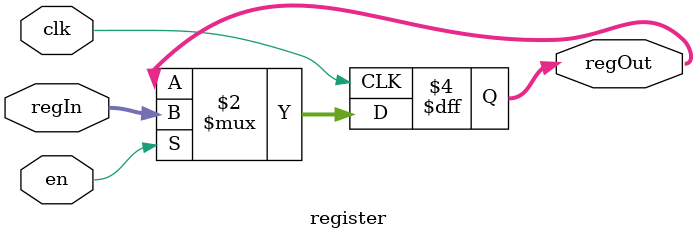
<source format=v>
module register (clk, regIn, regOut , en);
  input clk, en;
  input [31:0] regIn;
  output reg [31:0] regOut;
  always @ (posedge clk)  begin
  if(en)
    begin
    regOut <= regIn;
    end
  end
endmodule // register
</source>
